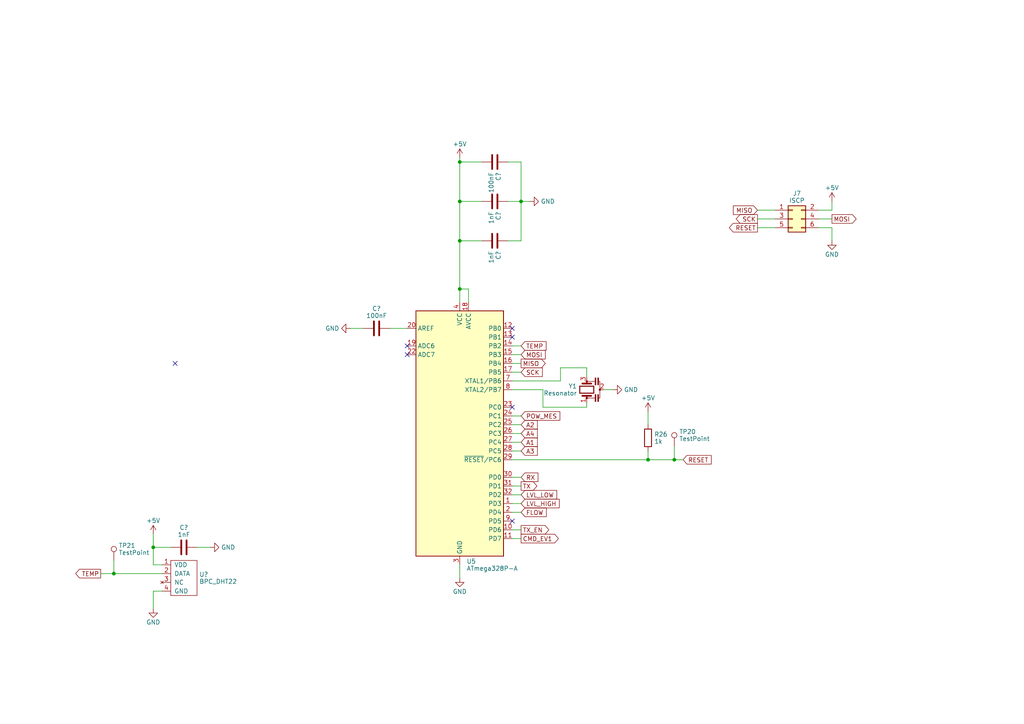
<source format=kicad_sch>
(kicad_sch (version 20230121) (generator eeschema)
  (paper "A4")
  (lib_symbols
    (symbol "Connector:TestPoint" (pin_numbers hide) (pin_names (offset 0.762) hide)
      (property "Reference" "TP" (at 0 6.858 0))
      (property "Value" "TestPoint" (at 0 5.08 0))
      (symbol "TestPoint_0_1"
        (circle (center 0 3.302) (radius 0.762))
      )
      (symbol "TestPoint_1_1"
        (pin passive line (at 0 0 90) (length 2.54) (name "1") (number "1"))
      )
    )
    (symbol "Device:C" (pin_numbers hide) (pin_names (offset 0.254))
      (property "Reference" "C" (at 0.635 2.54 0))
      (property "Value" "C" (at 0.635 -2.54 0))
      (symbol "C_0_1"
        (polyline (pts (xy -2.032 -0.762) (xy 2.032 -0.762)) (stroke (width 0.508)))
        (polyline (pts (xy -2.032 0.762) (xy 2.032 0.762)) (stroke (width 0.508)))
      )
      (symbol "C_1_1"
        (pin passive line (at 0 3.81 270) (length 2.794) (name "~") (number "1"))
        (pin passive line (at 0 -3.81 90) (length 2.794) (name "~") (number "2"))
      )
    )
    (symbol "Device:R" (pin_numbers hide) (pin_names (offset 0))
      (property "Reference" "R" (at 2.032 0 90))
      (property "Value" "R" (at 0 0 90))
      (symbol "R_0_1"
        (rectangle (start -1.016 -2.54) (end 1.016 2.54) (stroke (width 0.254)))
      )
      (symbol "R_1_1"
        (pin passive line (at 0 3.81 270) (length 1.27) (name "~") (number "1"))
        (pin passive line (at 0 -3.81 90) (length 1.27) (name "~") (number "2"))
      )
    )
    (symbol "Device:Resonator" (pin_names (offset 1.016) hide)
      (property "Reference" "Y" (at 0 5.715 0))
      (property "Value" "Resonator" (at 0 3.81 0))
      (symbol "Resonator_0_1"
        (rectangle (start -3.429 -3.175) (end -1.397 -3.429) (fill (type outline)))
        (rectangle (start -3.429 -2.413) (end -1.397 -2.667) (fill (type outline)))
        (circle (center -2.413 0) (radius 0.254) (fill (type outline)))
        (rectangle (start -1.016 2.032) (end 1.016 -2.032) (stroke (width 0.3048)))
        (circle (center 0 -3.81) (radius 0.254) (fill (type outline)))
        (polyline (pts (xy -2.413 -2.413) (xy -2.413 0)))
        (polyline (pts (xy -1.905 0) (xy -3.175 0)))
        (polyline (pts (xy -1.778 -1.27) (xy -1.778 1.27)) (stroke (width 0.508)))
        (polyline (pts (xy 1.778 -1.27) (xy 1.778 1.27)) (stroke (width 0.508)))
        (polyline (pts (xy 1.905 0) (xy 2.54 0)))
        (polyline (pts (xy 2.413 0) (xy 2.413 -2.54)))
        (polyline (pts (xy 2.413 -3.302) (xy 2.413 -3.81) (xy -2.413 -3.81) (xy -2.413 -3.302)))
        (rectangle (start 1.397 -3.175) (end 3.429 -3.429) (fill (type outline)))
        (rectangle (start 1.397 -2.413) (end 3.429 -2.667) (fill (type outline)))
        (circle (center 2.413 0) (radius 0.254) (fill (type outline)))
      )
      (symbol "Resonator_1_1"
        (pin passive line (at -3.81 0 0) (length 1.27) (name "1") (number "1"))
        (pin passive line (at 0 -5.08 90) (length 1.27) (name "2") (number "2"))
        (pin passive line (at 3.81 0 180) (length 1.27) (name "3") (number "3"))
      )
    )
    (symbol "MCU_Microchip_ATmega:ATmega328P-A"
      (property "Reference" "U" (at -12.7 36.83 0))
      (property "Value" "ATmega328P-A" (at 2.54 -36.83 0))
      (symbol "ATmega328P-A_0_1"
        (rectangle (start -12.7 -35.56) (end 12.7 35.56) (stroke (width 0.254)) (fill (type background)))
      )
      (symbol "ATmega328P-A_1_1"
        (pin bidirectional line (at 15.24 -20.32 180) (length 2.54) (name "PD3") (number "1"))
        (pin bidirectional line (at 15.24 -27.94 180) (length 2.54) (name "PD6") (number "10"))
        (pin bidirectional line (at 15.24 -30.48 180) (length 2.54) (name "PD7") (number "11"))
        (pin bidirectional line (at 15.24 30.48 180) (length 2.54) (name "PB0") (number "12"))
        (pin bidirectional line (at 15.24 27.94 180) (length 2.54) (name "PB1") (number "13"))
        (pin bidirectional line (at 15.24 25.4 180) (length 2.54) (name "PB2") (number "14"))
        (pin bidirectional line (at 15.24 22.86 180) (length 2.54) (name "PB3") (number "15"))
        (pin bidirectional line (at 15.24 20.32 180) (length 2.54) (name "PB4") (number "16"))
        (pin bidirectional line (at 15.24 17.78 180) (length 2.54) (name "PB5") (number "17"))
        (pin power_in line (at 2.54 38.1 270) (length 2.54) (name "AVCC") (number "18"))
        (pin input line (at -15.24 25.4 0) (length 2.54) (name "ADC6") (number "19"))
        (pin bidirectional line (at 15.24 -22.86 180) (length 2.54) (name "PD4") (number "2"))
        (pin passive line (at -15.24 30.48 0) (length 2.54) (name "AREF") (number "20"))
        (pin passive line (at 0 -38.1 90) (length 2.54) hide (name "GND") (number "21"))
        (pin input line (at -15.24 22.86 0) (length 2.54) (name "ADC7") (number "22"))
        (pin bidirectional line (at 15.24 7.62 180) (length 2.54) (name "PC0") (number "23"))
        (pin bidirectional line (at 15.24 5.08 180) (length 2.54) (name "PC1") (number "24"))
        (pin bidirectional line (at 15.24 2.54 180) (length 2.54) (name "PC2") (number "25"))
        (pin bidirectional line (at 15.24 0 180) (length 2.54) (name "PC3") (number "26"))
        (pin bidirectional line (at 15.24 -2.54 180) (length 2.54) (name "PC4") (number "27"))
        (pin bidirectional line (at 15.24 -5.08 180) (length 2.54) (name "PC5") (number "28"))
        (pin bidirectional line (at 15.24 -7.62 180) (length 2.54) (name "~{RESET}/PC6") (number "29"))
        (pin power_in line (at 0 -38.1 90) (length 2.54) (name "GND") (number "3"))
        (pin bidirectional line (at 15.24 -12.7 180) (length 2.54) (name "PD0") (number "30"))
        (pin bidirectional line (at 15.24 -15.24 180) (length 2.54) (name "PD1") (number "31"))
        (pin bidirectional line (at 15.24 -17.78 180) (length 2.54) (name "PD2") (number "32"))
        (pin power_in line (at 0 38.1 270) (length 2.54) (name "VCC") (number "4"))
        (pin passive line (at 0 -38.1 90) (length 2.54) hide (name "GND") (number "5"))
        (pin passive line (at 0 38.1 270) (length 2.54) hide (name "VCC") (number "6"))
        (pin bidirectional line (at 15.24 15.24 180) (length 2.54) (name "XTAL1/PB6") (number "7"))
        (pin bidirectional line (at 15.24 12.7 180) (length 2.54) (name "XTAL2/PB7") (number "8"))
        (pin bidirectional line (at 15.24 -25.4 180) (length 2.54) (name "PD5") (number "9"))
      )
    )
    (symbol "bpc:BPC_DHT22" (pin_names (offset 1.016))
      (property "Reference" "U" (at 1.27 2.54 0))
      (property "Value" "BPC_DHT22" (at 3.81 -10.16 0))
      (symbol "BPC_DHT22_0_0"
        (pin power_in line (at -2.54 0 0) (length 2.54) (name "VDD") (number "1"))
        (pin bidirectional line (at -2.54 -2.54 0) (length 2.54) (name "DATA") (number "2"))
        (pin no_connect line (at -2.54 -5.08 0) (length 2.54) (name "NC") (number "3"))
        (pin power_in line (at -2.54 -7.62 0) (length 2.54) (name "GND") (number "4"))
      )
      (symbol "BPC_DHT22_0_1"
        (rectangle (start 0 1.27) (end 7.62 -8.89))
      )
    )
    (symbol "bpc:BPC_ISCP" (pin_names (offset 1.016) hide)
      (property "Reference" "J" (at 1.27 5.08 0))
      (property "Value" "ISCP" (at 1.27 -5.08 0))
      (symbol "BPC_ISCP_1_1"
        (rectangle (start -1.27 -2.413) (end 0 -2.667) (stroke (width 0.1524)))
        (rectangle (start -1.27 0.127) (end 0 -0.127) (stroke (width 0.1524)))
        (rectangle (start -1.27 2.667) (end 0 2.413) (stroke (width 0.1524)))
        (rectangle (start -1.27 3.81) (end 3.81 -3.81) (stroke (width 0.254)) (fill (type background)))
        (rectangle (start 3.81 -2.413) (end 2.54 -2.667) (stroke (width 0.1524)))
        (rectangle (start 3.81 0.127) (end 2.54 -0.127) (stroke (width 0.1524)))
        (rectangle (start 3.81 2.667) (end 2.54 2.413) (stroke (width 0.1524)))
        (pin passive line (at -5.08 2.54 0) (length 3.81) (name "MISO") (number "1"))
        (pin passive line (at 7.62 2.54 180) (length 3.81) (name "VCC") (number "2"))
        (pin passive line (at -5.08 0 0) (length 3.81) (name "SCK") (number "3"))
        (pin passive line (at 7.62 0 180) (length 3.81) (name "MOSI") (number "4"))
        (pin passive line (at -5.08 -2.54 0) (length 3.81) (name "RST") (number "5"))
        (pin passive line (at 7.62 -2.54 180) (length 3.81) (name "GND") (number "6"))
      )
    )
    (symbol "power:+5V" (power) (pin_names (offset 0))
      (property "Value" "+5V" (at 0 3.556 0))
      (symbol "+5V_0_1"
        (polyline (pts (xy -0.762 1.27) (xy 0 2.54)))
        (polyline (pts (xy 0 0) (xy 0 2.54)))
        (polyline (pts (xy 0 2.54) (xy 0.762 1.27)))
      )
      (symbol "+5V_1_1"
        (pin power_in line (at 0 0 90) (length 0) hide (name "+5V") (number "1"))
      )
    )
    (symbol "power:GND" (power) (pin_names (offset 0))
      (property "Value" "GND" (at 0 -3.81 0))
      (symbol "GND_0_1"
        (polyline (pts (xy 0 0) (xy 0 -1.27) (xy 1.27 -1.27) (xy 0 -2.54) (xy -1.27 -1.27) (xy 0 -1.27)))
      )
      (symbol "GND_1_1"
        (pin power_in line (at 0 0 270) (length 0) hide (name "GND") (number "1"))
      )
    )
  )
  (junction (at 133.35 46.99))
  (junction (at 133.35 69.85))
  (junction (at 44.45 158.75))
  (junction (at 33.02 166.37))
  (junction (at 133.35 58.42))
  (junction (at 133.35 83.82))
  (junction (at 195.58 133.35))
  (junction (at 187.96 133.35))
  (junction (at 151.13 58.42))
  (no_connect (at 118.11 102.87))
  (no_connect (at 148.59 97.79))
  (no_connect (at 118.11 100.33))
  (no_connect (at 148.59 118.11))
  (no_connect (at 50.8 105.41))
  (no_connect (at 148.59 95.25))
  (no_connect (at 148.59 151.13))
  (wire (pts (xy 148.59 107.95) (xy 151.13 107.95)))
  (wire (pts (xy 175.26 113.03) (xy 177.8 113.03)))
  (wire (pts (xy 148.59 102.87) (xy 151.13 102.87)))
  (wire (pts (xy 162.56 106.68) (xy 170.18 106.68)))
  (wire (pts (xy 133.35 58.42) (xy 139.7 58.42)))
  (wire (pts (xy 44.45 163.83) (xy 46.99 163.83)))
  (wire (pts (xy 241.3 60.96) (xy 241.3 58.42)))
  (wire (pts (xy 44.45 154.94) (xy 44.45 158.75)))
  (wire (pts (xy 148.59 140.97) (xy 151.13 140.97)))
  (wire (pts (xy 147.32 69.85) (xy 151.13 69.85)))
  (wire (pts (xy 133.35 69.85) (xy 139.7 69.85)))
  (wire (pts (xy 101.6 95.25) (xy 105.41 95.25)))
  (wire (pts (xy 148.59 123.19) (xy 151.13 123.19)))
  (wire (pts (xy 148.59 148.59) (xy 151.13 148.59)))
  (wire (pts (xy 46.99 171.45) (xy 44.45 171.45)))
  (wire (pts (xy 44.45 158.75) (xy 44.45 163.83)))
  (wire (pts (xy 237.49 60.96) (xy 241.3 60.96)))
  (wire (pts (xy 148.59 130.81) (xy 151.13 130.81)))
  (wire (pts (xy 133.35 45.72) (xy 133.35 46.99)))
  (wire (pts (xy 148.59 146.05) (xy 151.13 146.05)))
  (wire (pts (xy 133.35 46.99) (xy 139.7 46.99)))
  (wire (pts (xy 157.48 113.03) (xy 157.48 118.11)))
  (wire (pts (xy 148.59 133.35) (xy 187.96 133.35)))
  (wire (pts (xy 113.03 95.25) (xy 118.11 95.25)))
  (wire (pts (xy 187.96 119.38) (xy 187.96 123.19)))
  (wire (pts (xy 237.49 63.5) (xy 241.3 63.5)))
  (wire (pts (xy 187.96 133.35) (xy 187.96 130.81)))
  (wire (pts (xy 133.35 163.83) (xy 133.35 167.64)))
  (wire (pts (xy 135.89 83.82) (xy 133.35 83.82)))
  (wire (pts (xy 148.59 100.33) (xy 151.13 100.33)))
  (wire (pts (xy 148.59 113.03) (xy 157.48 113.03)))
  (wire (pts (xy 44.45 171.45) (xy 44.45 176.53)))
  (wire (pts (xy 148.59 156.21) (xy 151.13 156.21)))
  (wire (pts (xy 170.18 118.11) (xy 170.18 116.84)))
  (wire (pts (xy 170.18 106.68) (xy 170.18 109.22)))
  (wire (pts (xy 148.59 143.51) (xy 151.13 143.51)))
  (wire (pts (xy 133.35 46.99) (xy 133.35 58.42)))
  (wire (pts (xy 148.59 128.27) (xy 151.13 128.27)))
  (wire (pts (xy 151.13 58.42) (xy 153.67 58.42)))
  (wire (pts (xy 195.58 129.54) (xy 195.58 133.35)))
  (wire (pts (xy 57.15 158.75) (xy 60.96 158.75)))
  (wire (pts (xy 148.59 120.65) (xy 151.13 120.65)))
  (wire (pts (xy 219.71 66.04) (xy 224.79 66.04)))
  (wire (pts (xy 147.32 58.42) (xy 151.13 58.42)))
  (wire (pts (xy 148.59 153.67) (xy 151.13 153.67)))
  (wire (pts (xy 29.21 166.37) (xy 33.02 166.37)))
  (wire (pts (xy 151.13 58.42) (xy 151.13 69.85)))
  (wire (pts (xy 148.59 138.43) (xy 151.13 138.43)))
  (wire (pts (xy 147.32 46.99) (xy 151.13 46.99)))
  (wire (pts (xy 133.35 58.42) (xy 133.35 69.85)))
  (wire (pts (xy 151.13 46.99) (xy 151.13 58.42)))
  (wire (pts (xy 33.02 166.37) (xy 46.99 166.37)))
  (wire (pts (xy 148.59 125.73) (xy 151.13 125.73)))
  (wire (pts (xy 237.49 66.04) (xy 241.3 66.04)))
  (wire (pts (xy 135.89 87.63) (xy 135.89 83.82)))
  (wire (pts (xy 157.48 118.11) (xy 170.18 118.11)))
  (wire (pts (xy 148.59 105.41) (xy 151.13 105.41)))
  (wire (pts (xy 44.45 158.75) (xy 49.53 158.75)))
  (wire (pts (xy 219.71 63.5) (xy 224.79 63.5)))
  (wire (pts (xy 195.58 133.35) (xy 187.96 133.35)))
  (wire (pts (xy 162.56 110.49) (xy 162.56 106.68)))
  (wire (pts (xy 148.59 110.49) (xy 162.56 110.49)))
  (wire (pts (xy 133.35 87.63) (xy 133.35 83.82)))
  (wire (pts (xy 241.3 66.04) (xy 241.3 69.85)))
  (wire (pts (xy 33.02 162.56) (xy 33.02 166.37)))
  (wire (pts (xy 133.35 69.85) (xy 133.35 83.82)))
  (wire (pts (xy 219.71 60.96) (xy 224.79 60.96)))
  (wire (pts (xy 195.58 133.35) (xy 198.12 133.35)))
  (global_label "MISO" (shape input) (at 219.71 60.96 180) (property "Intersheetrefs" "${INTERSHEET_REFS}" (effects hide)))
  (global_label "LVL_HIGH" (shape input) (at 151.13 146.05 0) (property "Intersheetrefs" "${INTERSHEET_REFS}" (effects hide)))
  (global_label "TEMP" (shape output) (at 29.21 166.37 180) (property "Intersheetrefs" "${INTERSHEET_REFS}" (effects hide)))
  (global_label "FLOW" (shape input) (at 151.13 148.59 0) (property "Intersheetrefs" "${INTERSHEET_REFS}" (effects hide)))
  (global_label "LVL_LOW" (shape input) (at 151.13 143.51 0) (property "Intersheetrefs" "${INTERSHEET_REFS}" (effects hide)))
  (global_label "RX" (shape input) (at 151.13 138.43 0) (property "Intersheetrefs" "${INTERSHEET_REFS}" (effects hide)))
  (global_label "SCK" (shape output) (at 219.71 63.5 180) (property "Intersheetrefs" "${INTERSHEET_REFS}" (effects hide)))
  (global_label "A3" (shape input) (at 151.13 130.81 0) (property "Intersheetrefs" "${INTERSHEET_REFS}" (effects hide)))
  (global_label "A4" (shape input) (at 151.13 125.73 0) (property "Intersheetrefs" "${INTERSHEET_REFS}" (effects hide)))
  (global_label "CMD_EV1" (shape output) (at 151.13 156.21 0) (property "Intersheetrefs" "${INTERSHEET_REFS}" (effects hide)))
  (global_label "TX_EN" (shape output) (at 151.13 153.67 0) (property "Intersheetrefs" "${INTERSHEET_REFS}" (effects hide)))
  (global_label "POW_MES" (shape input) (at 151.13 120.65 0) (property "Intersheetrefs" "${INTERSHEET_REFS}" (effects hide)))
  (global_label "RESET" (shape output) (at 219.71 66.04 180) (property "Intersheetrefs" "${INTERSHEET_REFS}" (effects hide)))
  (global_label "TX" (shape output) (at 151.13 140.97 0) (property "Intersheetrefs" "${INTERSHEET_REFS}" (effects hide)))
  (global_label "TEMP" (shape input) (at 151.13 100.33 0) (property "Intersheetrefs" "${INTERSHEET_REFS}" (effects hide)))
  (global_label "SCK" (shape input) (at 151.13 107.95 0) (property "Intersheetrefs" "${INTERSHEET_REFS}" (effects hide)))
  (global_label "A2" (shape input) (at 151.13 123.19 0) (property "Intersheetrefs" "${INTERSHEET_REFS}" (effects hide)))
  (global_label "MOSI" (shape input) (at 151.13 102.87 0) (property "Intersheetrefs" "${INTERSHEET_REFS}" (effects hide)))
  (global_label "MOSI" (shape output) (at 241.3 63.5 0) (property "Intersheetrefs" "${INTERSHEET_REFS}" (effects hide)))
  (global_label "MISO" (shape output) (at 151.13 105.41 0) (property "Intersheetrefs" "${INTERSHEET_REFS}" (effects hide)))
  (global_label "RESET" (shape input) (at 198.12 133.35 0) (property "Intersheetrefs" "${INTERSHEET_REFS}" (effects hide)))
  (global_label "A1" (shape input) (at 151.13 128.27 0) (property "Intersheetrefs" "${INTERSHEET_REFS}" (effects hide)))
  (symbol (lib_id "Device:C") (at 109.22 95.25 90) (unit 1)
    (property "Reference" "C?" (at 109.22 89.511 90))
    (property "Value" "100nF" (at 109.22 91.559 90))
    (property "Footprint" "Capacitor_SMD:C_0603_1608Metric" (effects hide))
    (instances (project "jard_rs485_slave_at328" (path "" (reference "C?") (unit 1)) (path "" (reference "C13") (unit 1))))
  )
  (symbol (lib_id "power:GND") (at 241.3 69.85 0) (unit 1)
    (property "Reference" "#PWR?" (effects hide))
    (property "Value" "GND" (at 241.3 73.795 0))
    (instances (project "jard_rs485_slave_at328" (path "" (reference "#PWR?") (unit 1)) (path "" (reference "#PWR060") (unit 1))))
  )
  (symbol (lib_id "bpc:BPC_ISCP") (at 229.87 63.5 0) (unit 1)
    (property "Reference" "J7" (at 231.14 56.11 0))
    (property "Value" "ISCP" (at 231.14 58.158 0))
    (property "Footprint" "bpc:BPC_ISCP_CMS" (effects hide))
  )
  (symbol (lib_id "power:+5V") (at 44.45 154.94 0) (unit 1)
    (property "Reference" "#PWR057" (effects hide))
    (property "Value" "+5V" (at 44.45 150.995 0))
  )
  (symbol (lib_id "Connector:TestPoint") (at 195.58 129.54 0) (unit 1)
    (property "Reference" "TP20" (at 196.977 125.214 0) (effects (justify left)))
    (property "Value" "TestPoint" (at 196.977 127.262 0) (effects (justify left)))
    (property "Footprint" "TestPoint:TestPoint_Pad_D1.5mm" (effects hide))
  )
  (symbol (lib_id "power:GND") (at 60.96 158.75 90) (unit 1)
    (property "Reference" "#PWR?" (effects hide))
    (property "Value" "GND" (at 64.135 158.75 90) (effects (justify right)))
    (instances (project "jard_rs485_slave_at328" (path "" (reference "#PWR?") (unit 1)) (path "" (reference "#PWR030") (unit 1))))
  )
  (symbol (lib_id "Device:C") (at 53.34 158.75 90) (unit 1)
    (property "Reference" "C?" (at 53.34 153.011 90))
    (property "Value" "1nF" (at 53.34 155.059 90))
    (property "Footprint" "Capacitor_SMD:C_0603_1608Metric" (effects hide))
    (instances (project "jard_rs485_slave_at328" (path "" (reference "C?") (unit 1)) (path "" (reference "C?") (unit 1)) (path "" (reference "C7") (unit 1))))
  )
  (symbol (lib_id "Device:R") (at 187.96 127 180) (unit 1)
    (property "Reference" "R26" (at 189.738 125.976 0) (effects (justify right)))
    (property "Value" "1k" (at 189.738 128.024 0) (effects (justify right)))
    (property "Footprint" "Resistor_SMD:R_0805_2012Metric_Pad1.20x1.40mm_HandSolder" (effects hide))
  )
  (symbol (lib_id "power:GND") (at 101.6 95.25 270) (unit 1)
    (property "Reference" "#PWR?" (effects hide))
    (property "Value" "GND" (at 98.4251 95.25 90) (effects (justify right)))
    (instances (project "jard_rs485_slave_at328" (path "" (reference "#PWR?") (unit 1)) (path "" (reference "#PWR051") (unit 1))))
  )
  (symbol (lib_id "power:+5V") (at 133.35 45.72 0) (unit 1)
    (property "Reference" "#PWR052" (effects hide))
    (property "Value" "+5V" (at 133.35 41.775 0))
  )
  (symbol (lib_id "Device:Resonator") (at 170.18 113.03 90) (unit 1)
    (property "Reference" "Y1" (at 167.3606 112.006 90) (effects (justify left)))
    (property "Value" "Resonator" (at 167.3606 114.054 90) (effects (justify left)))
    (property "Footprint" "Crystal:Resonator_SMD_Murata_CSTxExxV-3Pin_3.0x1.1mm_HandSoldering" (effects hide))
  )
  (symbol (lib_id "Connector:TestPoint") (at 33.02 162.56 0) (unit 1)
    (property "Reference" "TP21" (at 34.417 158.234 0) (effects (justify left)))
    (property "Value" "TestPoint" (at 34.417 160.282 0) (effects (justify left)))
    (property "Footprint" "TestPoint:TestPoint_Pad_D1.5mm" (effects hide))
  )
  (symbol (lib_id "bpc:BPC_DHT22") (at 49.53 163.83 0) (unit 1)
    (property "Reference" "U?" (at 57.785 166.616 0) (effects (justify left)))
    (property "Value" "BPC_DHT22" (at 57.785 168.664 0) (effects (justify left)))
    (property "Footprint" "bpc:BPC_DHT22" (effects hide))
    (instances (project "jard_rs485_slave_at328" (path "" (reference "U?") (unit 1)) (path "" (reference "U6") (unit 1))))
  )
  (symbol (lib_id "MCU_Microchip_ATmega:ATmega328P-A") (at 133.35 125.73 0) (unit 1)
    (property "Reference" "U5" (at 135.3059 162.822 0) (effects (justify left)))
    (property "Value" "ATmega328P-A" (at 135.3059 164.87 0) (effects (justify left)))
    (property "Footprint" "Package_QFP:TQFP-32_7x7mm_P0.8mm" (effects hide))
    (property "Datasheet" "http://ww1.microchip.com/downloads/en/DeviceDoc/ATmega328_P%20AVR%20MCU%20with%20picoPower%20Technology%20Data%20Sheet%2040001984A.pdf" (effects hide))
  )
  (symbol (lib_id "Device:C") (at 143.51 58.42 270) (unit 1)
    (property "Reference" "C?" (at 144.534 61.341 0) (effects (justify left)))
    (property "Value" "1nF" (at 142.486 61.341 0) (effects (justify left)))
    (property "Footprint" "Capacitor_SMD:C_0603_1608Metric" (effects hide))
    (instances (project "jard_rs485_slave_at328" (path "" (reference "C?") (unit 1)) (path "" (reference "C?") (unit 1)) (path "" (reference "C8") (unit 1))))
  )
  (symbol (lib_id "power:GND") (at 177.8 113.03 90) (unit 1)
    (property "Reference" "#PWR?" (effects hide))
    (property "Value" "GND" (at 180.975 113.03 90) (effects (justify right)))
    (instances (project "jard_rs485_slave_at328" (path "" (reference "#PWR?") (unit 1)) (path "" (reference "#PWR055") (unit 1))))
  )
  (symbol (lib_id "power:GND") (at 153.67 58.42 90) (unit 1)
    (property "Reference" "#PWR?" (effects hide))
    (property "Value" "GND" (at 156.845 58.42 90) (effects (justify right)))
    (instances (project "jard_rs485_slave_at328" (path "" (reference "#PWR?") (unit 1)) (path "" (reference "#PWR054") (unit 1))))
  )
  (symbol (lib_id "power:GND") (at 133.35 167.64 0) (unit 1)
    (property "Reference" "#PWR?" (effects hide))
    (property "Value" "GND" (at 133.35 171.585 0))
    (instances (project "jard_rs485_slave_at328" (path "" (reference "#PWR?") (unit 1)) (path "" (reference "#PWR053") (unit 1))))
  )
  (symbol (lib_id "Device:C") (at 143.51 69.85 270) (unit 1)
    (property "Reference" "C?" (at 144.534 72.771 0) (effects (justify left)))
    (property "Value" "1nF" (at 142.486 72.771 0) (effects (justify left)))
    (property "Footprint" "Capacitor_SMD:C_0603_1608Metric" (effects hide))
    (instances (project "jard_rs485_slave_at328" (path "" (reference "C?") (unit 1)) (path "" (reference "C?") (unit 1)) (path "" (reference "C5") (unit 1))))
  )
  (symbol (lib_id "power:+5V") (at 241.3 58.42 0) (unit 1)
    (property "Reference" "#PWR059" (effects hide))
    (property "Value" "+5V" (at 241.3 54.475 0))
  )
  (symbol (lib_id "power:+5V") (at 187.96 119.38 0) (unit 1)
    (property "Reference" "#PWR056" (effects hide))
    (property "Value" "+5V" (at 187.96 115.435 0))
  )
  (symbol (lib_id "Device:C") (at 143.51 46.99 270) (unit 1)
    (property "Reference" "C?" (at 144.534 49.911 0) (effects (justify left)))
    (property "Value" "100nF" (at 142.486 49.911 0) (effects (justify left)))
    (property "Footprint" "Capacitor_SMD:C_0603_1608Metric" (effects hide))
    (instances (project "jard_rs485_slave_at328" (path "" (reference "C?") (unit 1)) (path "" (reference "C?") (unit 1)) (path "" (reference "C9") (unit 1))))
  )
  (symbol (lib_id "power:GND") (at 44.45 176.53 0) (unit 1)
    (property "Reference" "#PWR?" (effects hide))
    (property "Value" "GND" (at 44.45 180.475 0))
    (instances (project "jard_rs485_slave_at328" (path "" (reference "#PWR?") (unit 1)) (path "" (reference "#PWR058") (unit 1))))
  )
)
</source>
